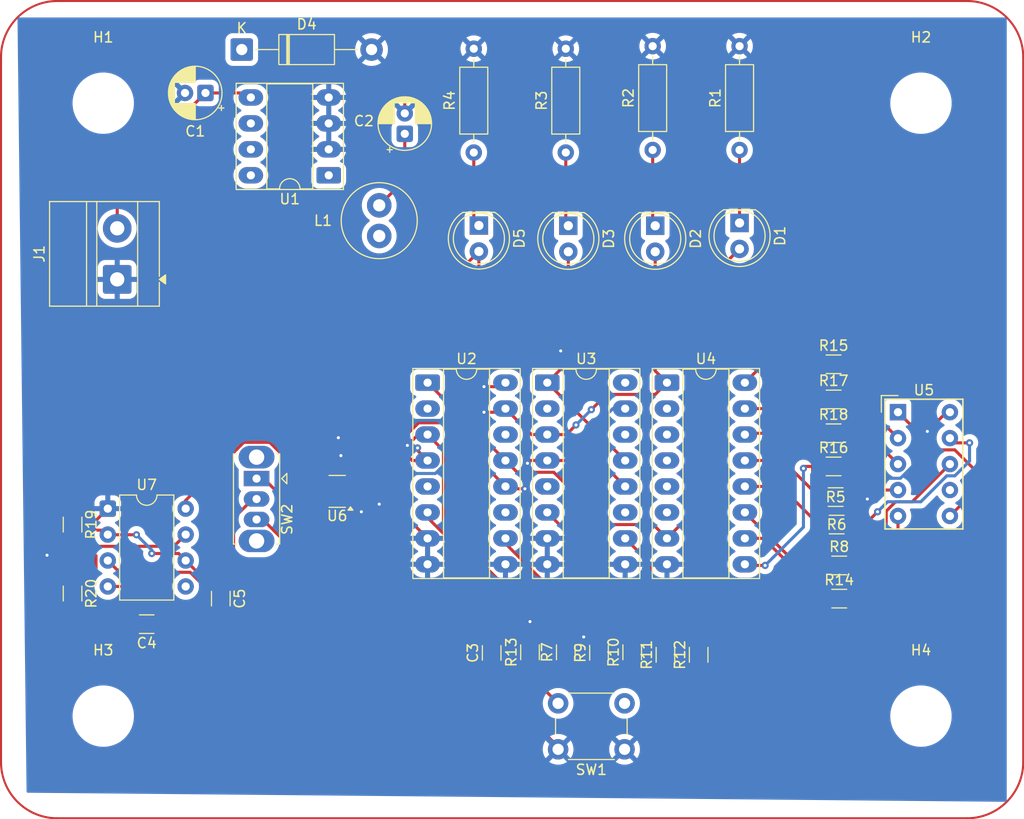
<source format=kicad_pcb>
(kicad_pcb (version 20241229) (generator "pcbnew") (generator_version "9.0")
  (layers (0 "F.Cu" signal) (2 "B.Cu" signal) (13 "F.Paste" user) (15 "B.Paste" user) (5 "F.SilkS" user "F.Silkscreen") (7 "B.SilkS" user "B.Silkscreen") (1 "F.Mask" user) (3 "B.Mask" user) (25 "Edge.Cuts" user))
  (net 0 "")
  (net 1 "VD")
  (net 2 "GND")
  (net 3 "+5V")
  (net 4 "Net-(SW2-A)")
  (net 5 "Net-(U7-THR)")
  (net 6 "Net-(D1-K)")
  (net 7 "Q0")
  (net 8 "Q1")
  (net 9 "Net-(D2-K)")
  (net 10 "Net-(D3-K)")
  (net 11 "Q2")
  (net 12 "Net-(D4-K)")
  (net 13 "Q3")
  (net 14 "Net-(D5-K)")
  (net 15 "Net-(U5-A)")
  (net 16 "Net-(U4-a)")
  (net 17 "Net-(U5-B)")
  (net 18 "Net-(U4-b)")
  (net 19 "Clock")
  (net 20 "Net-(U5-C)")
  (net 21 "Net-(U4-c)")
  (net 22 "Net-(U2A-J)")
  (net 23 "Net-(U2B-J)")
  (net 24 "Net-(U3A-J)")
  (net 25 "Net-(U3B-J)")
  (net 26 "Net-(R13-Pad1)")
  (net 27 "Net-(U5-D)")
  (net 28 "Net-(U4-d)")
  (net 29 "Net-(U4-BI)")
  (net 30 "Net-(U4-e)")
  (net 31 "Net-(U5-E)")
  (net 32 "Net-(U4-f)")
  (net 33 "Net-(U5-F)")
  (net 34 "Net-(U5-G)")
  (net 35 "Net-(U4-g)")
  (net 36 "Net-(U7-DIS)")
  (net 41 "555")
  (net 43 "Reset")
  (footprint "Package_DIP:DIP-16_W7.62mm_Socket_LongPads" (layer "F.Cu") (at 120.73 107.36)
    (property "Reference" "U2")
    (property "Value" "4027")
  )
  (footprint "Package_DIP:DIP-8_W7.62mm" (layer "F.Cu") (at 89.445 119.69)
    (property "Reference" "U7")
    (property "Value" "NE555P")
  )
  (footprint "LED_THT:LED_D5.0mm" (layer "F.Cu") (at 151.25 91.725 -90)
    (property "Reference" "D1")
    (property "Value" "LED")
  )
  (footprint "Resistor_SMD:R_1206_3216Metric_Pad1.30x1.75mm_HandSolder" (layer "F.Cu") (at 137.5 133.8 90)
    (property "Reference" "R9")
    (property "Value" "10k")
  )
  (footprint "Resistor_SMD:R_1206_3216Metric_Pad1.30x1.75mm_HandSolder" (layer "F.Cu") (at 160.45 115.56)
    (property "Reference" "R16")
    (property "Value" "2k")
  )
  (footprint "Button_Switch_THT:SW_PUSH_6mm_H4.3mm" (layer "F.Cu") (at 140 143.25 180)
    (property "Reference" "SW1")
    (property "Value" "SW_Push")
  )
  (footprint "Resistor_THT:R_Axial_DIN0207_L6.3mm_D2.5mm_P10.16mm_Horizontal" (layer "F.Cu") (at 151.25 84.58 90)
    (property "Reference" "R1")
    (property "Value" "4k7")
  )
  (footprint "Resistor_SMD:R_1206_3216Metric_Pad1.30x1.75mm_HandSolder" (layer "F.Cu") (at 144 134 90)
    (property "Reference" "R11")
    (property "Value" "10k")
  )
  (footprint "Resistor_SMD:R_1206_3216Metric_Pad1.30x1.75mm_HandSolder" (layer "F.Cu") (at 160.45 105.56)
    (property "Reference" "R15")
    (property "Value" "10K")
  )
  (footprint "Resistor_SMD:R_1206_3216Metric_Pad1.30x1.75mm_HandSolder" (layer "F.Cu") (at 86 121.25 -90)
    (property "Reference" "R19")
    (property "Value" "47K")
  )
  (footprint "LED_THT:LED_D5.0mm" (layer "F.Cu") (at 143 92 -90)
    (property "Reference" "D2")
    (property "Value" "LED")
  )
  (footprint "Resistor_SMD:R_1206_3216Metric_Pad1.30x1.75mm_HandSolder" (layer "F.Cu") (at 161 125.25)
    (property "Reference" "R8")
    (property "Value" "2k")
  )
  (footprint "LED_THT:LED_D5.0mm" (layer "F.Cu") (at 134.5 92 -90)
    (property "Reference" "D3")
    (property "Value" "LED")
  )
  (footprint "Package_TO_SOT_SMD:SOT-23-6" (layer "F.Cu") (at 111.8875 118 180)
    (property "Reference" "U6")
    (property "Value" "74LVC1G11")
  )
  (footprint "Resistor_SMD:R_1206_3216Metric_Pad1.30x1.75mm_HandSolder" (layer "F.Cu") (at 160.75 121.25)
    (property "Reference" "R6")
    (property "Value" "2k")
  )
  (footprint "Resistor_SMD:R_1206_3216Metric_Pad1.30x1.75mm_HandSolder" (layer "F.Cu") (at 161 128.5)
    (property "Reference" "R14")
    (property "Value" "2k")
  )
  (footprint "Resistor_SMD:R_1206_3216Metric_Pad1.30x1.75mm_HandSolder" (layer "F.Cu") (at 160.45 109)
    (property "Reference" "R17")
    (property "Value" "2k")
  )
  (footprint "Capacitor_SMD:C_1206_3216Metric_Pad1.33x1.80mm_HandSolder" (layer "F.Cu") (at 127 133.8125 90)
    (property "Reference" "C3")
    (property "Value" "1u")
  )
  (footprint "Display_7Segment:HDSP-7401" (layer "F.Cu") (at 166.75 110.25)
    (property "Reference" "U5")
    (property "Value" "HDSP-7401")
  )
  (footprint "Button_Switch_THT:SW_Slide_SPDT_Straight_CK_OS102011MS2Q" (layer "F.Cu") (at 104 116.75 -90)
    (property "Reference" "SW2")
    (property "Value" "SW_SPDT_312")
  )
  (footprint "Capacitor_THT:CP_Radial_D5.0mm_P2.00mm" (layer "F.Cu") (at 118.5 83 90)
    (property "Reference" "C2")
    (property "Value" "220u")
  )
  (footprint "Capacitor_SMD:C_1206_3216Metric_Pad1.33x1.80mm_HandSolder" (layer "F.Cu") (at 100.5 128.5 -90)
    (property "Reference" "C5")
    (property "Value" "10u")
  )
  (footprint "MountingHole:MountingHole_5.5mm" (layer "F.Cu") (at 169 80)
    (property "Reference" "H2")
    (property "Value" "MountingHole")
  )
  (footprint "Resistor_THT:R_Axial_DIN0207_L6.3mm_D2.5mm_P10.16mm_Horizontal" (layer "F.Cu") (at 125.25 84.83 90)
    (property "Reference" "R4")
    (property "Value" "4k7")
  )
  (footprint "TerminalBlock_MetzConnect:TerminalBlock_MetzConnect_Type011_RT05502HBLC_1x02_P5.00mm_Horizontal" (layer "F.Cu") (at 90.3675 97.25 90)
    (property "Reference" "J1")
    (property "Value" "Screw_Terminal_01x02")
  )
  (footprint "LED_THT:LED_D5.0mm" (layer "F.Cu") (at 125.75 91.975 -90)
    (property "Reference" "D5")
    (property "Value" "LED")
  )
  (footprint "MountingHole:MountingHole_5.5mm" (layer "F.Cu") (at 89 140)
    (property "Reference" "H3")
    (property "Value" "MountingHole")
  )
  (footprint "Package_DIP:DIP-16_W7.62mm_Socket_LongPads" (layer "F.Cu") (at 132.44 107.36)
    (property "Reference" "U3")
    (property "Value" "4027")
  )
  (footprint "Package_DIP:DIP-16_W7.62mm_Socket_LongPads" (layer "F.Cu") (at 144.15 107.36)
    (property "Reference" "U4")
    (property "Value" "74LS47")
  )
  (footprint "Resistor_SMD:R_1206_3216Metric_Pad1.30x1.75mm_HandSolder" (layer "F.Cu") (at 160.45 112.31)
    (property "Reference" "R18")
    (property "Value" "2k")
  )
  (footprint "Resistor_SMD:R_1206_3216Metric_Pad1.30x1.75mm_HandSolder" (layer "F.Cu") (at 147.25 134 90)
    (property "Reference" "R12")
    (property "Value" "10k")
  )
  (footprint "Capacitor_SMD:C_1206_3216Metric_Pad1.33x1.80mm_HandSolder" (layer "F.Cu") (at 93.25 131 180)
    (property "Reference" "C4")
    (property "Value" "100n")
  )
  (footprint "Inductor_THT:L_Radial_D7.2mm_P3.00mm_Murata_1700" (layer "F.Cu") (at 116 93 90)
    (property "Reference" "L1")
    (property "Value" "330u")
  )
  (footprint "MountingHole:MountingHole_5.5mm" (layer "F.Cu") (at 169 140)
    (property "Reference" "H4")
    (property "Value" "MountingHole")
  )
  (footprint "Package_DIP:DIP-8_W7.62mm_Socket_LongPads" (layer "F.Cu") (at 111.06 87.06 180)
    (property "Reference" "U1")
    (property "Value" "LM2574N-5")
  )
  (footprint "Resistor_SMD:R_1206_3216Metric_Pad1.30x1.75mm_HandSolder" (layer "F.Cu") (at 134.25 133.75 90)
    (property "Reference" "R7")
    (property "Value" "10k")
  )
  (footprint "Resistor_SMD:R_1206_3216Metric_Pad1.30x1.75mm_HandSolder" (layer "F.Cu") (at 130.75 133.75 90)
    (property "Reference" "R13")
    (property "Value" "2k")
  )
  (footprint "Resistor_SMD:R_1206_3216Metric_Pad1.30x1.75mm_HandSolder" (layer "F.Cu") (at 140.75 133.75 90)
    (property "Reference" "R10")
    (property "Value" "10k")
  )
  (footprint "Resistor_SMD:R_1206_3216Metric_Pad1.30x1.75mm_HandSolder" (layer "F.Cu") (at 160.65 118.56)
    (property "Reference" "R5")
    (property "Value" "2k")
  )
  (footprint "MountingHole:MountingHole_5.5mm" (layer "F.Cu") (at 89 80)
    (property "Reference" "H1")
    (property "Value" "MountingHole")
  )
  (footprint "Diode_THT:D_DO-41_SOD81_P12.70mm_Horizontal" (layer "F.Cu") (at 102.55 74.75)
    (property "Reference" "D4")
    (property "Value" "11DQ06")
  )
  (footprint "Resistor_THT:R_Axial_DIN0207_L6.3mm_D2.5mm_P10.16mm_Horizontal" (layer "F.Cu") (at 142.75 84.58 90)
    (property "Reference" "R2")
    (property "Value" "4k7")
  )
  (footprint "Capacitor_THT:CP_Radial_D5.0mm_P2.00mm" (layer "F.Cu") (at 99 79 180)
    (property "Reference" "C1")
    (property "Value" "22u")
  )
  (footprint "Resistor_SMD:R_1206_3216Metric_Pad1.30x1.75mm_HandSolder" (layer "F.Cu") (at 86 128 -90)
    (property "Reference" "R20")
    (property "Value" "47K")
  )
  (footprint "Resistor_THT:R_Axial_DIN0207_L6.3mm_D2.5mm_P10.16mm_Horizontal" (layer "F.Cu") (at 134.25 84.83 90)
    (property "Reference" "R3")
    (property "Value" "4k7")
  )
  (gr_line (start 84.5 70) (end 173.5 70) (stroke (width 0.2)) (layer "F.Cu"))
  (gr_arc (start 79 75.5) (mid 80.610913 71.610913) (end 84.5 70) (stroke (width 0.2)) (layer "F.Cu"))
  (gr_arc (start 179 144.5) (mid 177.389087 148.389087) (end 173.5 150) (stroke (width 0.2)) (layer "F.Cu"))
  (gr_arc (start 173.5 70) (mid 177.389087 71.610913) (end 179 75.5) (stroke (width 0.2)) (layer "F.Cu"))
  (gr_line (start 179 75.5) (end 179 144.5) (stroke (width 0.2)) (layer "F.Cu"))
  (gr_line (start 79 144.5) (end 79 75.5) (stroke (width 0.2)) (layer "F.Cu"))
  (gr_arc (start 84.5 150) (mid 80.610913 148.389087) (end 79 144.5) (stroke (width 0.2)) (layer "F.Cu"))
  (gr_line (start 173.5 150) (end 84.5 150) (stroke (width 0.2)) (layer "F.Cu"))
  (segment (start 99 79) (end 103 79) (width 0.3) (layer "F.Cu") (net 1))
  (segment (start 90.3675 92.25) (end 90.3675 87.6325) (width 0.3) (layer "F.Cu") (net 1))
  (segment (start 103 79) (end 103.44 79.44) (width 0.3) (layer "F.Cu") (net 1))
  (segment (start 90.3675 87.6325) (end 99 79) (width 0.3) (layer "F.Cu") (net 1))
  (segment (start 85.56813 131) (end 91.6875 131) (width 0.3) (layer "F.Cu") (net 2))
  (segment (start 84.273 129.70487) (end 85.56813 131) (width 0.3) (layer "F.Cu") (net 2))
  (segment (start 100.5 130.0625) (end 98.3115 132.251) (width 0.3) (layer "F.Cu") (net 2))
  (segment (start 118.5 81) (end 118.5 78) (width 0.3) (layer "F.Cu") (net 2))
  (segment (start 118.5 78) (end 115.25 74.75) (width 0.3) (layer "F.Cu") (net 2))
  (segment (start 84.273 121.93661) (end 84.273 129.70487) (width 0.3) (layer "F.Cu") (net 2))
  (segment (start 92.9385 132.251) (end 91.6875 131) (width 0.3) (layer "F.Cu") (net 2))
  (segment (start 133.5 143.25) (end 133.5 143) (width 0.3) (layer "F.Cu") (net 2))
  (segment (start 98.3115 132.251) (end 92.9385 132.251) (width 0.3) (layer "F.Cu") (net 2))
  (segment (start 127 136.5) (end 127 135.375) (width 0.3) (layer "F.Cu") (net 2))
  (segment (start 120.73 122.6) (end 116.13 118) (width 0.3) (layer "F.Cu") (net 2))
  (segment (start 84.91161 121.298) (end 84.273 121.93661) (width 0.3) (layer "F.Cu") (net 2))
  (segment (start 116.13 118) (end 113.025 118) (width 0.3) (layer "F.Cu") (net 2))
  (segment (start 89.445 119.69) (end 87.837 121.298) (width 0.3) (layer "F.Cu") (net 2))
  (segment (start 133.5 143) (end 127 136.5) (width 0.3) (layer "F.Cu") (net 2))
  (segment (start 87.837 121.298) (end 84.91161 121.298) (width 0.3) (layer "F.Cu") (net 2))
  (segment (start 158.9 105.56) (end 153.57 105.56) (width 0.3) (layer "F.Cu") (net 3))
  (segment (start 172.30676 113.941) (end 170.441 113.941) (width 0.3) (layer "F.Cu") (net 3))
  (segment (start 110.75 118) (end 110.087501 118) (width 0.3) (layer "F.Cu") (net 3))
  (segment (start 89.445 127.31) (end 91.1225 127.31) (width 0.3) (layer "F.Cu") (net 3))
  (segment (start 109.7365 117.411678) (end 109.7365 115.0135) (width 0.3) (layer "F.Cu") (net 3))
  (segment (start 110.324822 118) (end 109.7365 117.411678) (width 0.3) (layer "F.Cu") (net 3))
  (segment (start 97.065 118.882976) (end 97.065 119.69) (width 0.3) (layer "F.Cu") (net 3))
  (segment (start 83.5 121.325) (end 83.5 124.25) (width 0.3) (layer "F.Cu") (net 3))
  (segment (start 153.57 105.56) (end 151.77 107.36) (width 0.3) (layer "F.Cu") (net 3))
  (segment (start 126.25 107.75) (end 127.96 107.75) (width 0.3) (layer "F.Cu") (net 3))
  (segment (start 85.125 119.7) (end 83.5 121.325) (width 0.3) (layer "F.Cu") (net 3))
  (segment (start 170.441 113.941) (end 166.75 110.25) (width 0.3) (layer "F.Cu") (net 3))
  (segment (start 91.1225 127.31) (end 94.8125 131) (width 0.3) (layer "F.Cu") (net 3))
  (segment (start 105.286501 113.199) (end 102.748976 113.199) (width 0.3) (layer "F.Cu") (net 3))
  (segment (start 174.451 117.789) (end 174.451 116.08524) (width 0.3) (layer "F.Cu") (net 3))
  (segment (start 118.5 83) (end 118.5 87.5) (width 0.3) (layer "F.Cu") (net 3))
  (segment (start 109.7365 115.0135) (end 112 112.75) (width 0.3) (layer "F.Cu") (net 3))
  (segment (start 110.75 118) (end 110.324822 118) (width 0.3) (layer "F.Cu") (net 3))
  (segment (start 118.5 87.5) (end 116 90) (width 0.3) (layer "F.Cu") (net 3))
  (segment (start 174.451 116.08524) (end 172.30676 113.941) (width 0.3) (layer "F.Cu") (net 3))
  (segment (start 86 119.7) (end 85.125 119.7) (width 0.3) (layer "F.Cu") (net 3))
  (segment (start 110.087501 118) (end 105.286501 113.199) (width 0.3) (layer "F.Cu") (net 3))
  (segment (start 171.83 120.41) (end 174.451 117.789) (width 0.3) (layer "F.Cu") (net 3))
  (segment (start 102.748976 113.199) (end 97.065 118.882976) (width 0.3) (layer "F.Cu") (net 3))
  (segment (start 83.5 124.25) (end 83.573 124.323) (width 0.3) (layer "F.Cu") (net 3))
  (segment (start 127.96 107.75) (end 128.35 107.36) (width 0.3) (layer "F.Cu") (net 3))
  (via (at 126.25 107.75) (size 0.7) (drill 0.3) (layers "F.Cu" "B.Cu") (net 3))
  (via (at 112 112.75) (size 0.7) (drill 0.3) (layers "F.Cu" "B.Cu") (net 3))
  (via (at 83.5 124.25) (size 0.7) (drill 0.3) (layers "F.Cu" "B.Cu") (net 3))
  (segment (start 122.949 111.051) (end 126.25 107.75) (width 0.3) (layer "B.Cu") (net 3))
  (segment (start 112 112.75) (end 113.699 111.051) (width 0.3) (layer "B.Cu") (net 3))
  (segment (start 113.699 111.051) (end 122.949 111.051) (width 0.3) (layer "B.Cu") (net 3))
  (segment (start 127 132.25) (end 116.102024 132.25) (width 0.3) (layer "F.Cu") (net 4))
  (segment (start 127.05 132.2) (end 127 132.25) (width 0.3) (layer "F.Cu") (net 4))
  (segment (start 116.102024 132.25) (end 104.602024 120.75) (width 0.3) (layer "F.Cu") (net 4))
  (segment (start 130.75 132.2) (end 127.05 132.2) (width 0.3) (layer "F.Cu") (net 4))
  (segment (start 104.602024 120.75) (end 104 120.75) (width 0.3) (layer "F.Cu") (net 4))
  (segment (start 84.774 123) (end 84.774 125.25) (width 0.3) (layer "F.Cu") (net 5))
  (segment (start 89.465 122.25) (end 89.445 122.23) (width 0.3) (layer "F.Cu") (net 5))
  (segment (start 100.5 126.9375) (end 99.2325 126.9375) (width 0.3) (layer "F.Cu") (net 5))
  (segment (start 84.774 123) (end 84.774 128.324) (width 0.3) (layer "F.Cu") (net 5))
  (segment (start 97.065 124.77) (end 96.376 124.081) (width 0.3) (layer "F.Cu") (net 5))
  (segment (start 92.25 122.25) (end 89.465 122.25) (width 0.3) (layer "F.Cu") (net 5))
  (segment (start 85.11913 127.451) (end 86.5 127.451) (width 0.3) (layer "F.Cu") (net 5))
  (segment (start 89.014 121.799) (end 85.11913 121.799) (width 0.3) (layer "F.Cu") (net 5))
  (segment (start 84.774 127.10587) (end 85.11913 127.451) (width 0.3) (layer "F.Cu") (net 5))
  (segment (start 85.11913 121.799) (end 84.774 122.14413) (width 0.3) (layer "F.Cu") (net 5))
  (segment (start 88.294 126.03787) (end 88.294 124.29324) (width 0.3) (layer "F.Cu") (net 5))
  (segment (start 84.774 125.25) (end 84.774 127.10587) (width 0.3) (layer "F.Cu") (net 5))
  (segment (start 96.376 124.081) (end 93.75 124.081) (width 0.3) (layer "F.Cu") (net 5))
  (segment (start 84.774 128.324) (end 86 129.55) (width 0.3) (layer "F.Cu") (net 5))
  (segment (start 84.774 122.14413) (end 84.774 123) (width 0.3) (layer "F.Cu") (net 5))
  (segment (start 89.445 122.23) (end 89.014 121.799) (width 0.3) (layer "F.Cu") (net 5))
  (segment (start 99.2325 126.9375) (end 97.065 124.77) (width 0.3) (layer "F.Cu") (net 5))
  (via (at 92.25 122.25) (size 0.7) (drill 0.3) (layers "F.Cu" "B.Cu") (net 5))
  (via (at 93.75 124.081) (size 0.7) (drill 0.3) (layers "F.Cu" "B.Cu") (net 5))
  (segment (start 93.75 124.081) (end 93.75 123.75) (width 0.3) (layer "B.Cu") (net 5))
  (segment (start 93.75 123.75) (end 92.25 122.25) (width 0.3) (layer "B.Cu") (net 5))
  (segment (start 151.25 84.58) (end 151.25 91.725) (width 0.3) (layer "F.Cu") (net 6))
  (segment (start 133.07876 116.131) (end 129.501 116.131) (width 0.3) (layer "F.Cu") (net 7))
  (segment (start 128.35 114.98) (end 120.73 107.36) (width 0.3) (layer "F.Cu") (net 7))
  (segment (start 146.5 120.25) (end 144.15 122.6) (width 0.3) (layer "F.Cu") (net 7))
  (segment (start 151.25 94.265) (end 146.5 99.015) (width 0.3) (layer "F.Cu") (net 7))
  (segment (start 142.8 121.25) (end 138.19776 121.25) (width 0.3) (layer "F.Cu") (net 7))
  (segment (start 129.501 116.131) (end 128.35 114.98) (width 0.3) (layer "F.Cu") (net 7))
  (segment (start 146.5 99.015) (end 146.5 120.25) (width 0.3) (layer "F.Cu") (net 7))
  (segment (start 144.15 122.6) (end 142.8 121.25) (width 0.3) (layer "F.Cu") (net 7))
  (segment (start 138.19776 121.25) (end 133.07876 116.131) (width 0.3) (layer "F.Cu") (net 7))
  (segment (start 126.25 110.25) (end 128 110.25) (width 0.3) (layer "F.Cu") (net 8))
  (segment (start 134.31 112.44) (end 135.25 111.5) (width 0.3) (layer "F.Cu") (net 8))
  (segment (start 132.44 112.44) (end 134.31 112.44) (width 0.3) (layer "F.Cu") (net 8))
  (segment (start 132.44 112.44) (end 130.89 112.44) (width 0.3) (layer "F.Cu") (net 8))
  (segment (start 115.7 118.95) (end 116 119.25) (width 0.3) (layer "F.Cu") (net 8))
  (segment (start 143 94.54) (end 143 106.21) (width 0.3) (layer "F.Cu") (net 8))
  (segment (start 136.75 110) (end 138.239 108.511) (width 0.3) (layer "F.Cu") (net 8))
  (segment (start 138.239 108.511) (end 142.999 108.511) (width 0.3) (layer "F.Cu") (net 8))
  (segment (start 130.89 112.44) (end 128.35 109.9) (width 0.3) (layer "F.Cu") (net 8))
  (segment (start 142.999 108.511) (end 144.15 107.36) (width 0.3) (layer "F.Cu") (net 8))
  (segment (start 128 110.25) (end 128.35 109.9) (width 0.3) (layer "F.Cu") (net 8))
  (segment (start 143 106.21) (end 144.15 107.36) (width 0.3) (layer "F.Cu") (net 8))
  (segment (start 113.025 118.95) (end 115.7 118.95) (width 0.3) (layer "F.Cu") (net 8))
  (via (at 116 119.25) (size 0.7) (drill 0.3) (layers "F.Cu" "B.Cu") (net 8))
  (via (at 135.25 111.5) (size 0.7) (drill 0.3) (layers "F.Cu" "B.Cu") (net 8))
  (via (at 136.75 110) (size 0.7) (drill 0.3) (layers "F.Cu" "B.Cu") (net 8))
  (via (at 126.25 110.25) (size 0.7) (drill 0.3) (layers "F.Cu" "B.Cu") (net 8))
  (segment (start 121.48776 116.25) (end 126.25 111.48776) (width 0.3) (layer "B.Cu") (net 8))
  (segment (start 126.25 111.48776) (end 126.25 110.25) (width 0.3) (layer "B.Cu") (net 8))
  (segment (start 135.25 111.5) (end 136.75 110) (width 0.3) (layer "B.Cu") (net 8))
  (segment (start 116 119.25) (end 119 116.25) (width 0.3) (layer "B.Cu") (net 8))
  (segment (start 119 116.25) (end 121.48776 116.25) (width 0.3) (layer "B.Cu") (net 8))
  (segment (start 142.75 84.58) (end 142.75 91.75) (width 0.3) (layer "F.Cu") (net 9))
  (segment (start 142.75 91.75) (end 143 92) (width 0.3) (layer "F.Cu") (net 9))
  (segment (start 134.25 91.75) (end 134.5 92) (width 0.3) (layer "F.Cu") (net 10))
  (segment (start 134.25 84.83) (end 134.25 91.75) (width 0.3) (layer "F.Cu") (net 10))
  (segment (start 132.44 107.36) (end 140.06 114.98) (width 0.3) (layer "F.Cu") (net 11))
  (segment (start 134.5 94.54) (end 134.5 105.3) (width 0.3) (layer "F.Cu") (net 11))
  (segment (start 134.5 105.3) (end 132.44 107.36) (width 0.3) (layer "F.Cu") (net 11))
  (segment (start 113.025 107.24) (end 125.75 94.515) (width 0.3) (layer "F.Cu") (net 13))
  (segment (start 125.75 96.25) (end 133.75 104.25) (width 0.3) (layer "F.Cu") (net 13))
  (segment (start 113.025 117.05) (end 113.025 107.24) (width 0.3) (layer "F.Cu") (net 13))
  (segment (start 125.75 94.515) (end 125.75 96.25) (width 0.3) (layer "F.Cu") (net 13))
  (via (at 133.75 104.25) (size 0.7) (drill 0.3) (layers "F.Cu" "B.Cu") (net 13))
  (segment (start 138.85 109.9) (end 140.06 109.9) (width 0.3) (layer "B.Cu") (net 13))
  (segment (start 133.75 104.25) (end 138.25 108.75) (width 0.3) (layer "B.Cu") (net 13))
  (segment (start 138.25 110.5) (end 138.85 109.9) (width 0.3) (layer "B.Cu") (net 13))
  (segment (start 138.25 108.75) (end 138.25 110.5) (width 0.3) (layer "B.Cu") (net 13))
  (segment (start 125.25 84.83) (end 125.25 91.475) (width 0.3) (layer "F.Cu") (net 14))
  (segment (start 125.25 91.475) (end 125.75 91.975) (width 0.3) (layer "F.Cu") (net 14))
  (segment (start 171.83 110.25) (end 171.5 110.25) (width 0.3) (layer "F.Cu") (net 15))
  (segment (start 171.5 110.25) (end 169.619975 112.130025) (width 0.3) (layer "F.Cu") (net 15))
  (segment (start 163.75 118.75) (end 162.39 118.75) (width 0.3) (layer "F.Cu") (net 15))
  (segment (start 162.2 118.56) (end 162.2 118.7) (width 0.3) (layer "F.Cu") (net 15))
  (segment (start 162.2 118.7) (end 162.25 118.75) (width 0.3) (layer "F.Cu") (net 15))
  (segment (start 162.39 118.75) (end 162.2 118.56) (width 0.3) (layer "F.Cu") (net 15))
  (via (at 169.619975 112.130025) (size 0.7) (drill 0.3) (layers "F.Cu" "B.Cu") (net 15))
  (via (at 163.75 118.75) (size 0.7) (drill 0.3) (layers "F.Cu" "B.Cu") (net 15))
  (segment (start 169.619975 114.087785) (end 166.98876 116.719) (width 0.3) (layer "B.Cu") (net 15))
  (segment (start 165.781 116.719) (end 163.75 118.75) (width 0.3) (layer "B.Cu") (net 15))
  (segment (start 169.619975 112.130025) (end 169.619975 114.087785) (width 0.3) (layer "B.Cu") (net 15))
  (segment (start 166.98876 116.719) (end 165.781 116.719) (width 0.3) (layer "B.Cu") (net 15))
  (segment (start 159.1 118.56) (end 159.06 118.56) (width 0.3) (layer "F.Cu") (net 16))
  (segment (start 155.48 114.98) (end 151.77 114.98) (width 0.3) (layer "F.Cu") (net 16))
  (segment (start 159.06 118.56) (end 155.48 114.98) (width 0.3) (layer "F.Cu") (net 16))
  (segment (start 163.5 121.25) (end 164.75 120) (width 0.3) (layer "F.Cu") (net 17))
  (segment (start 162.3 121.25) (end 163.5 121.25) (width 0.3) (layer "F.Cu") (net 17))
  (segment (start 172.29 113.25) (end 171.83 112.79) (width 0.3) (layer "F.Cu") (net 17))
  (segment (start 173.75 113.25) (end 172.29 113.25) (width 0.3) (layer "F.Cu") (net 17))
  (via (at 173.75 113.25) (size 0.7) (drill 0.3) (layers "F.Cu" "B.Cu") (net 17))
  (via (at 164.75 120) (size 0.7) (drill 0.3) (layers "F.Cu" "B.Cu") (net 17))
  (segment (start 165.729 119.021) (end 168.979 119.021) (width 0.3) (layer "B.Cu") (net 17))
  (segment (start 173.75 115.03776) (end 173.75 113.25) (width 0.3) (layer "B.Cu") (net 17))
  (segment (start 171.519 116.481) (end 172.30676 116.481) (width 0.3) (layer "B.Cu") (net 17))
  (segment (start 172.30676 116.481) (end 173.75 115.03776) (width 0.3) (layer "B.Cu") (net 17))
  (segment (start 164.75 120) (end 165.729 119.021) (width 0.3) (layer "B.Cu") (net 17))
  (segment (start 168.979 119.021) (end 171.519 116.481) (width 0.3) (layer "B.Cu") (net 17))
  (segment (start 159 121.25) (end 155.27 117.52) (width 0.3) (layer "F.Cu") (net 18))
  (segment (start 155.27 117.52) (end 151.77 117.52) (width 0.3) (layer "F.Cu") (net 18))
  (segment (start 159.2 121.25) (end 159 121.25) (width 0.3) (layer "F.Cu") (net 18))
  (segment (start 104.702 116.75) (end 106.902 118.95) (width 0.3) (layer "F.Cu") (net 19))
  (segment (start 119.81 112.44) (end 120.73 112.44) (width 0.3) (layer "F.Cu") (net 19))
  (segment (start 133.2 132.2) (end 122.281 121.281) (width 0.3) (layer "F.Cu") (net 19))
  (segment (start 106.902 118.95) (end 110.75 118.95) (width 0.3) (layer "F.Cu") (net 19))
  (segment (start 104 116.75) (end 104.702 116.75) (width 0.3) (layer "F.Cu") (net 19))
  (segment (start 118.75 113.5) (end 119.81 112.44) (width 0.3) (layer "F.Cu") (net 19))
  (segment (start 111.8 120) (end 114.25 120) (width 0.3) (layer "F.Cu") (net 19))
  (segment (start 122.281 113.991) (end 120.73 112.44) (width 0.3) (layer "F.Cu") (net 19))
  (segment (start 134.25 132.2) (end 133.2 132.2) (width 0.3) (layer "F.Cu") (net 19))
  (segment (start 110.75 118.95) (end 111.8 120) (width 0.3) (layer "F.Cu") (net 19))
  (segment (start 122.281 121.281) (end 122.281 113.991) (width 0.3) (layer "F.Cu") (net 19))
  (via (at 114.25 120) (size 0.7) (drill 0.3) (layers "F.Cu" "B.Cu") (net 19))
  (via (at 118.75 113.5) (size 0.7) (drill 0.3) (layers "F.Cu" "B.Cu") (net 19))
  (segment (start 111.549 117.299) (end 111.549 114.209636) (width 0.3) (layer "B.Cu") (net 19))
  (segment (start 111.549 114.209636) (end 112.258636 113.5) (width 0.3) (layer "B.Cu") (net 19))
  (segment (start 112.258636 113.5) (end 118.75 113.5) (width 0.3) (layer "B.Cu") (net 19))
  (segment (start 114.25 120) (end 111.549 117.299) (width 0.3) (layer "B.Cu") (net 19))
  (segment (start 162.55 125.25) (end 165.599 122.201) (width 0.3) (layer "F.Cu") (net 20))
  (segment (start 166.51124 119.021) (end 168.139 119.021) (width 0.3) (layer "F.Cu") (net 20))
  (segment (start 165.599 119.93324) (end 166.51124 119.021) (width 0.3) (layer "F.Cu") (net 20))
  (segment (start 168.139 119.021) (end 171.83 115.33) (width 0.3) (layer "F.Cu") (net 20))
  (segment (start 165.599 122.201) (end 165.599 119.93324) (width 0.3) (layer "F.Cu") (net 20))
  (segment (start 156.96 125.25) (end 151.77 120.06) (width 0.3) (layer "F.Cu") (net 21))
  (segment (start 159.45 125.25) (end 156.96 125.25) (width 0.3) (layer "F.Cu") (net 21))
  (segment (start 136 132.25) (end 137.5 132.25) (width 0.3) (layer "F.Cu") (net 22))
  (segment (start 120.73 120.57224) (end 130.75 130.59224) (width 0.3) (layer "F.Cu") (net 22))
  (segment (start 120.73 120.06) (end 120.73 120.57224) (width 0.3) (layer "F.Cu") (net 22))
  (segment (start 130.75 130.59224) (end 130.75 130.75) (width 0.3) (layer "F.Cu") (net 22))
  (via (at 130.75 130.75) (size 0.7) (drill 0.3) (layers "F.Cu" "B.Cu") (net 22))
  (via (at 136 132.25) (size 0.7) (drill 0.3) (layers "F.Cu" "B.Cu") (net 22))
  (segment (start 134.5 130.75) (end 136 132.25) (width 0.3) (layer "B.Cu") (net 22))
  (segment (start 130.75 130.75) (end 134.5 130.75) (width 0.3) (layer "B.Cu") (net 22))
  (segment (start 139.799 131.249) (end 136.48676 131.249) (width 0.3) (layer "F.Cu") (net 23))
  (segment (start 140.75 132.2) (end 139.799 131.249) (width 0.3) (layer "F.Cu") (net 23))
  (segment (start 128.35 123.11224) (end 128.35 122.6) (width 0.3) (layer "F.Cu") (net 23))
  (segment (start 136.48676 131.249) (end 128.35 123.11224) (width 0.3) (layer "F.Cu") (net 23))
  (segment (start 144 132.45) (end 144 131.62) (width 0.3) (layer "F.Cu") (net 24))
  (segment (start 144 131.62) (end 132.44 120.06) (width 0.3) (layer "F.Cu") (net 24))
  (segment (start 142.599 125.139) (end 140.06 122.6) (width 0.3) (layer "F.Cu") (net 25))
  (segment (start 142.599 127.799) (end 142.599 125.139) (width 0.3) (layer "F.Cu") (net 25))
  (segment (start 147.25 132.45) (end 142.599 127.799) (width 0.3) (layer "F.Cu") (net 25))
  (segment (start 133.5 138.75) (end 130.75 136) (width 0.3) (layer "F.Cu") (net 26))
  (segment (start 130.75 136) (end 130.75 135.3) (width 0.3) (layer "F.Cu") (net 26))
  (segment (start 166.75 124.3) (end 166.75 120.41) (width 0.3) (layer "F.Cu") (net 27))
  (segment (start 162.55 128.5) (end 166.75 124.3) (width 0.3) (layer "F.Cu") (net 27))
  (segment (start 159.45 128.5) (end 159.5 128.5) (width 0.3) (layer "F.Cu") (net 28))
  (segment (start 159.5 128.5) (end 153.6 122.6) (width 0.3) (layer "F.Cu") (net 28))
  (segment (start 153.6 122.6) (end 151.77 122.6) (width 0.3) (layer "F.Cu") (net 28))
  (segment (start 157.69 115.56) (end 157.5 115.75) (width 0.3) (layer "F.Cu") (net 30))
  (segment (start 153.75 125.25) (end 151.88 125.25) (width 0.3) (layer "F.Cu") (net 30))
  (segment (start 158.9 115.56) (end 157.69 115.56) (width 0.3) (layer "F.Cu") (net 30))
  (segment (start 151.88 125.25) (end 151.77 125.14) (width 0.3) (layer "F.Cu") (net 30))
  (via (at 157.5 115.75) (size 0.7) (drill 0.3) (layers "F.Cu" "B.Cu") (net 30))
  (via (at 153.75 125.25) (size 0.7) (drill 0.3) (layers "F.Cu" "B.Cu") (net 30))
  (segment (start 157.5 115.75) (end 157.5 121.5) (width 0.3) (layer "B.Cu") (net 30))
  (segment (start 157.5 121.5) (end 153.75 125.25) (width 0.3) (layer "B.Cu") (net 30))
  (segment (start 162.5 115.5) (end 164.87 117.87) (width 0.3) (layer "F.Cu") (net 31))
  (segment (start 162 115.56) (end 162 115.5) (width 0.3) (layer "F.Cu") (net 31))
  (segment (start 162 115.5) (end 162.5 115.5) (width 0.3) (layer "F.Cu") (net 31))
  (segment (start 164.87 117.87) (end 166.75 117.87) (width 0.3) (layer "F.Cu") (net 31))
  (segment (start 158.9 109) (end 159 109) (width 0.3) (layer "F.Cu") (net 32))
  (segment (start 158.1 109.9) (end 151.77 109.9) (width 0.3) (layer "F.Cu") (net 32))
  (segment (start 159 109) (end 158.1 109.9) (width 0.3) (layer "F.Cu") (net 32))
  (segment (start 162.96 109) (end 166.75 112.79) (width 0.3) (layer "F.Cu") (net 33))
  (segment (start 162 109) (end 162.96 109) (width 0.3) (layer "F.Cu") (net 33))
  (segment (start 162 112.31) (end 162 112.25) (width 0.3) (layer "F.Cu") (net 34))
  (segment (start 162 112.25) (end 163.67 112.25) (width 0.3) (layer "F.Cu") (net 34))
  (segment (start 163.67 112.25) (end 166.75 115.33) (width 0.3) (layer "F.Cu") (net 34))
  (segment (start 151.9 112.31) (end 151.77 112.44) (width 0.3) (layer "F.Cu") (net 35))
  (segment (start 158.9 112.31) (end 151.9 112.31) (width 0.3) (layer "F.Cu") (net 35))
  (segment (start 86 122.8) (end 86 126.45) (width 0.3) (layer "F.Cu") (net 36))
  (segment (start 86.581 123.381) (end 95.914 123.381) (width 0.3) (layer "F.Cu") (net 36))
  (segment (start 95.914 123.381) (end 97.065 122.23) (width 0.3) (layer "F.Cu") (net 36))
  (segment (start 86 122.8) (end 86.581 123.381) (width 0.3) (layer "F.Cu") (net 36))
  (segment (start 101.751 127.60587) (end 101.40587 127.951) (width 0.3) (layer "F.Cu") (net 41))
  (segment (start 101.40587 127.951) (end 99.53748 127.951) (width 0.3) (layer "F.Cu") (net 41))
  (segment (start 103.63124 118.75) (end 101.751 120.63024) (width 0.3) (layer "F.Cu") (net 41))
  (segment (start 97.50748 125.921) (end 90.596 125.921) (width 0.3) (layer "F.Cu") (net 41))
  (segment (start 90.596 125.921) (end 89.445 124.77) (width 0.3) (layer "F.Cu") (net 41))
  (segment (start 101.751 120.63024) (end 101.751 127.60587) (width 0.3) (layer "F.Cu") (net 41))
  (segment (start 104 118.75) (end 103.63124 118.75) (width 0.3) (layer "F.Cu") (net 41))
  (segment (start 99.53748 127.951) (end 97.50748 125.921) (width 0.3) (layer "F.Cu") (net 41))
  (segment (start 110.75 117.05) (end 112.25 115.55) (width 0.3) (layer "F.Cu") (net 43))
  (segment (start 112.25 115.55) (end 112.25 114.5) (width 0.3) (layer "F.Cu") (net 43))
  (segment (start 130.77 114.98) (end 130.5 115.25) (width 0.3) (layer "F.Cu") (net 43))
  (segment (start 118.049 113.799) (end 119.23 114.98) (width 0.3) (layer "F.Cu") (net 43))
  (segment (start 119.85324 111.289) (end 118.049 113.09324) (width 0.3) (layer "F.Cu") (net 43))
  (segment (start 119.75 113.75) (end 119.75 114) (width 0.3) (layer "F.Cu") (net 43))
  (segment (start 122.119 111.289) (end 119.85324 111.289) (width 0.3) (layer "F.Cu") (net 43))
  (segment (start 132.44 114.98) (end 130.77 114.98) (width 0.3) (layer "F.Cu") (net 43))
  (segment (start 128.58 117.75) (end 128.35 117.52) (width 0.3) (layer "F.Cu") (net 43))
  (segment (start 128.35 117.52) (end 122.119 111.289) (width 0.3) (layer "F.Cu") (net 43))
  (segment (start 119.23 114.98) (end 120.73 114.98) (width 0.3) (layer "F.Cu") (net 43))
  (segment (start 130.25 117.75) (end 128.58 117.75) (width 0.3) (layer "F.Cu") (net 43))
  (segment (start 140.06 117.52) (end 137.52 114.98) (width 0.3) (layer "F.Cu") (net 43))
  (segment (start 118.049 113.09324) (end 118.049 113.799) (width 0.3) (layer "F.Cu") (net 43))
  (segment (start 119.75 114) (end 120.73 114.98) (width 0.3) (layer "F.Cu") (net 43))
  (segment (start 137.52 114.98) (end 132.44 114.98) (width 0.3) (layer "F.Cu") (net 43))
  (via (at 119.75 113.75) (size 0.7) (drill 0.3) (layers "F.Cu" "B.Cu") (net 43))
  (via (at 112.25 114.5) (size 0.7) (drill 0.3) (layers "F.Cu" "B.Cu") (net 43))
  (via (at 130.25 117.75) (size 0.7) (drill 0.3) (layers "F.Cu" "B.Cu") (net 43))
  (via (at 130.5 115.25) (size 0.7) (drill 0.3) (layers "F.Cu" "B.Cu") (net 43))
  (segment (start 112.25 114.5) (end 119 114.5) (width 0.3) (layer "B.Cu") (net 43))
  (segment (start 130.5 115.25) (end 130.5 117.5) (width 0.3) (layer "B.Cu") (net 43))
  (segment (start 119 114.5) (end 119.75 113.75) (width 0.3) (layer "B.Cu") (net 43))
  (segment (start 130.5 117.5) (end 130.25 117.75) (width 0.3) (layer "B.Cu") (net 43))
  (zone (net 2) (net_name "GND") (layer "B.Cu") (connect_pads (clearance 0.5)) (min_thickness 0.25) (fill yes (thermal_gap 0.5) (thermal_bridge_width 0.5))
    (polygon (pts (xy 80.610913 71.610913) (xy 81.5 147.5) (xy 177.389087 148.389087) (xy 177.389087 71.610913)))
  )
)
</source>
